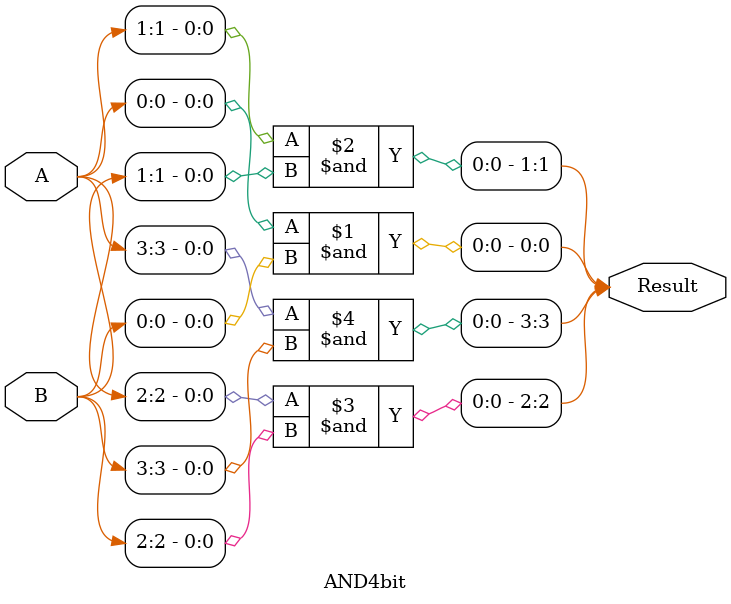
<source format=v>
module AND4bit(
    input  [3:0] A, B,     // Entradas de 4 bits
    output [3:0] Result    // Resultado AND bit a bit
);

    // Operação AND bit a bit
    and and0(Result[0], A[0], B[0]);
    and and1(Result[1], A[1], B[1]);
    and and2(Result[2], A[2], B[2]);
    and and3(Result[3], A[3], B[3]);

endmodule
</source>
